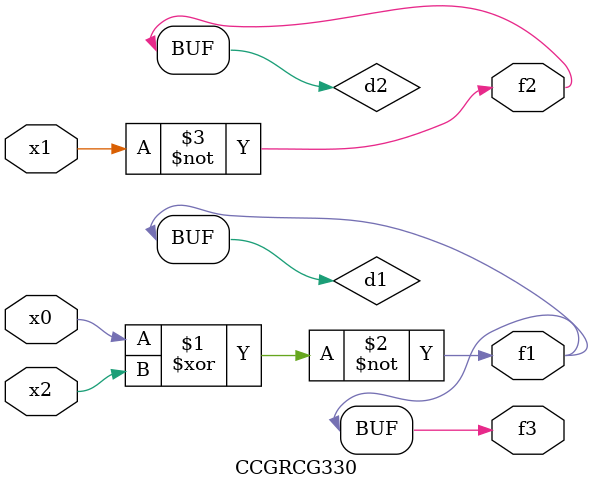
<source format=v>
module CCGRCG330(
	input x0, x1, x2,
	output f1, f2, f3
);

	wire d1, d2, d3;

	xnor (d1, x0, x2);
	nand (d2, x1);
	nor (d3, x1, x2);
	assign f1 = d1;
	assign f2 = d2;
	assign f3 = d1;
endmodule

</source>
